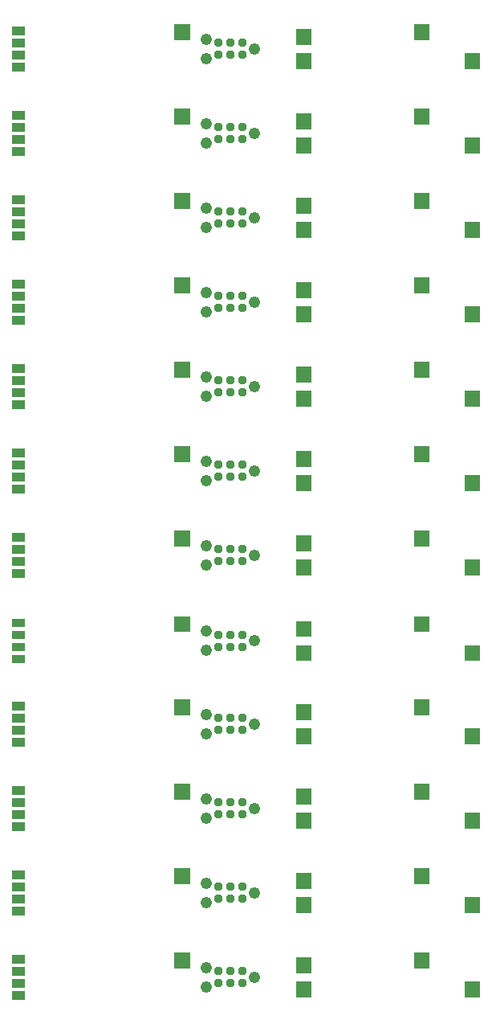
<source format=gbr>
G04 start of page 8 for group -4062 idx -4062 *
G04 Title: (unknown), soldermask *
G04 Creator: pcb 20110918 *
G04 CreationDate: Mon 02 Feb 2015 04:29:52 AM GMT UTC *
G04 For: railfan *
G04 Format: Gerber/RS-274X *
G04 PCB-Dimensions: 211000 411000 *
G04 PCB-Coordinate-Origin: lower left *
%MOIN*%
%FSLAX25Y25*%
%LNBOTTOMMASK*%
%ADD59C,0.0370*%
%ADD58R,0.0344X0.0344*%
%ADD57C,0.0490*%
%ADD56C,0.0001*%
G54D56*G36*
X118200Y256300D02*Y249700D01*
X124800D01*
Y256300D01*
X118200D01*
G37*
G36*
Y266300D02*Y259700D01*
X124800D01*
Y266300D01*
X118200D01*
G37*
G54D57*X101000Y258000D03*
G54D56*G36*
X67700Y268300D02*Y261700D01*
X74300D01*
Y268300D01*
X67700D01*
G37*
G36*
X118200Y221300D02*Y214700D01*
X124800D01*
Y221300D01*
X118200D01*
G37*
G36*
Y231300D02*Y224700D01*
X124800D01*
Y231300D01*
X118200D01*
G37*
G54D57*X101000Y223000D03*
X81000Y227000D03*
Y219000D03*
Y262000D03*
Y254000D03*
Y192000D03*
Y184000D03*
Y156500D03*
Y148500D03*
G54D56*G36*
X67700Y233300D02*Y226700D01*
X74300D01*
Y233300D01*
X67700D01*
G37*
G36*
Y198300D02*Y191700D01*
X74300D01*
Y198300D01*
X67700D01*
G37*
G36*
Y162800D02*Y156200D01*
X74300D01*
Y162800D01*
X67700D01*
G37*
G36*
X118200Y186300D02*Y179700D01*
X124800D01*
Y186300D01*
X118200D01*
G37*
G36*
Y196300D02*Y189700D01*
X124800D01*
Y196300D01*
X118200D01*
G37*
G54D57*X101000Y188000D03*
G54D56*G36*
X167200Y338300D02*Y331700D01*
X173800D01*
Y338300D01*
X167200D01*
G37*
G36*
Y303300D02*Y296700D01*
X173800D01*
Y303300D01*
X167200D01*
G37*
G36*
Y268300D02*Y261700D01*
X173800D01*
Y268300D01*
X167200D01*
G37*
G36*
X188200Y291300D02*Y284700D01*
X194800D01*
Y291300D01*
X188200D01*
G37*
G36*
Y256300D02*Y249700D01*
X194800D01*
Y256300D01*
X188200D01*
G37*
G36*
Y221300D02*Y214700D01*
X194800D01*
Y221300D01*
X188200D01*
G37*
G36*
Y186300D02*Y179700D01*
X194800D01*
Y186300D01*
X188200D01*
G37*
G36*
Y150800D02*Y144200D01*
X194800D01*
Y150800D01*
X188200D01*
G37*
G36*
Y116300D02*Y109700D01*
X194800D01*
Y116300D01*
X188200D01*
G37*
G36*
X167200Y233300D02*Y226700D01*
X173800D01*
Y233300D01*
X167200D01*
G37*
G36*
Y198300D02*Y191700D01*
X173800D01*
Y198300D01*
X167200D01*
G37*
G36*
Y162800D02*Y156200D01*
X173800D01*
Y162800D01*
X167200D01*
G37*
G36*
Y128300D02*Y121700D01*
X173800D01*
Y128300D01*
X167200D01*
G37*
G36*
X188200Y81300D02*Y74700D01*
X194800D01*
Y81300D01*
X188200D01*
G37*
G36*
X167200Y93300D02*Y86700D01*
X173800D01*
Y93300D01*
X167200D01*
G37*
G36*
Y58300D02*Y51700D01*
X173800D01*
Y58300D01*
X167200D01*
G37*
G36*
Y23300D02*Y16700D01*
X173800D01*
Y23300D01*
X167200D01*
G37*
G36*
X188200Y46300D02*Y39700D01*
X194800D01*
Y46300D01*
X188200D01*
G37*
G36*
Y11300D02*Y4700D01*
X194800D01*
Y11300D01*
X188200D01*
G37*
G36*
X118200Y150800D02*Y144200D01*
X124800D01*
Y150800D01*
X118200D01*
G37*
G36*
Y160800D02*Y154200D01*
X124800D01*
Y160800D01*
X118200D01*
G37*
G54D57*X101000Y152500D03*
X81000Y122000D03*
G54D56*G36*
X67700Y128300D02*Y121700D01*
X74300D01*
Y128300D01*
X67700D01*
G37*
G54D57*X81000Y114000D03*
G54D56*G36*
X118200Y116300D02*Y109700D01*
X124800D01*
Y116300D01*
X118200D01*
G37*
G36*
Y126300D02*Y119700D01*
X124800D01*
Y126300D01*
X118200D01*
G37*
G54D57*X101000Y118000D03*
X81000Y87000D03*
G54D56*G36*
X67700Y93300D02*Y86700D01*
X74300D01*
Y93300D01*
X67700D01*
G37*
G54D57*X81000Y79000D03*
G54D56*G36*
X118200Y81300D02*Y74700D01*
X124800D01*
Y81300D01*
X118200D01*
G37*
G36*
Y91300D02*Y84700D01*
X124800D01*
Y91300D01*
X118200D01*
G37*
G54D57*X101000Y83000D03*
G54D56*G36*
X67700Y58300D02*Y51700D01*
X74300D01*
Y58300D01*
X67700D01*
G37*
G54D57*X81000Y52000D03*
Y44000D03*
G54D56*G36*
X118200Y46300D02*Y39700D01*
X124800D01*
Y46300D01*
X118200D01*
G37*
G36*
Y56300D02*Y49700D01*
X124800D01*
Y56300D01*
X118200D01*
G37*
G54D57*X101000Y48000D03*
G54D56*G36*
X118200Y11300D02*Y4700D01*
X124800D01*
Y11300D01*
X118200D01*
G37*
G36*
Y21300D02*Y14700D01*
X124800D01*
Y21300D01*
X118200D01*
G37*
G54D57*X101000Y13000D03*
X81000Y17000D03*
Y9000D03*
G54D56*G36*
X67700Y23300D02*Y16700D01*
X74300D01*
Y23300D01*
X67700D01*
G37*
G36*
X118200Y396300D02*Y389700D01*
X124800D01*
Y396300D01*
X118200D01*
G37*
G36*
Y406300D02*Y399700D01*
X124800D01*
Y406300D01*
X118200D01*
G37*
G54D57*X101000Y398000D03*
X81000Y402000D03*
Y394000D03*
G54D56*G36*
X67700Y408300D02*Y401700D01*
X74300D01*
Y408300D01*
X67700D01*
G37*
G36*
Y373300D02*Y366700D01*
X74300D01*
Y373300D01*
X67700D01*
G37*
G54D57*X101000Y363000D03*
X81000Y367000D03*
Y359000D03*
G54D56*G36*
X188200Y396300D02*Y389700D01*
X194800D01*
Y396300D01*
X188200D01*
G37*
G36*
X167200Y408300D02*Y401700D01*
X173800D01*
Y408300D01*
X167200D01*
G37*
G36*
X118200Y361300D02*Y354700D01*
X124800D01*
Y361300D01*
X118200D01*
G37*
G36*
X188200D02*Y354700D01*
X194800D01*
Y361300D01*
X188200D01*
G37*
G36*
X118200Y371300D02*Y364700D01*
X124800D01*
Y371300D01*
X118200D01*
G37*
G36*
X167200Y373300D02*Y366700D01*
X173800D01*
Y373300D01*
X167200D01*
G37*
G36*
X188200Y326300D02*Y319700D01*
X194800D01*
Y326300D01*
X188200D01*
G37*
G36*
X118200D02*Y319700D01*
X124800D01*
Y326300D01*
X118200D01*
G37*
G36*
Y336300D02*Y329700D01*
X124800D01*
Y336300D01*
X118200D01*
G37*
G54D57*X101000Y328000D03*
X81000Y332000D03*
Y324000D03*
G54D56*G36*
X67700Y338300D02*Y331700D01*
X74300D01*
Y338300D01*
X67700D01*
G37*
G36*
Y303300D02*Y296700D01*
X74300D01*
Y303300D01*
X67700D01*
G37*
G36*
X118200Y291300D02*Y284700D01*
X124800D01*
Y291300D01*
X118200D01*
G37*
G36*
Y301300D02*Y294700D01*
X124800D01*
Y301300D01*
X118200D01*
G37*
G54D57*X101000Y293000D03*
X81000Y297000D03*
Y289000D03*
G54D58*X1919Y320500D02*X3837D01*
X1919Y325500D02*X3837D01*
X1919Y330500D02*X3837D01*
X1919Y335500D02*X3837D01*
X1919Y290500D02*X3837D01*
X1919Y285500D02*X3837D01*
X1919Y300500D02*X3837D01*
X1919Y295500D02*X3837D01*
X1919Y260500D02*X3837D01*
X1919Y255500D02*X3837D01*
X1919Y250500D02*X3837D01*
X1919Y265500D02*X3837D01*
X1919Y215500D02*X3837D01*
X1919Y220500D02*X3837D01*
X1919Y225500D02*X3837D01*
X1919Y230500D02*X3837D01*
G54D59*X96000Y290500D03*
Y295500D03*
X91000Y290500D03*
Y295500D03*
X86000Y290500D03*
Y295500D03*
X96000Y400500D03*
X91000D03*
X96000Y360500D03*
Y365500D03*
X91000Y360500D03*
Y365500D03*
G54D58*X1919Y405500D02*X3837D01*
X1919Y400500D02*X3837D01*
X1919Y395500D02*X3837D01*
X1919Y390500D02*X3837D01*
X1919Y365500D02*X3837D01*
X1919Y360500D02*X3837D01*
X1919Y355500D02*X3837D01*
X1919Y370500D02*X3837D01*
G54D59*X96000Y395500D03*
X91000D03*
X86000D03*
Y400500D03*
Y360500D03*
Y365500D03*
X96000Y325500D03*
Y330500D03*
X91000Y325500D03*
Y330500D03*
X86000Y325500D03*
Y330500D03*
X96000Y255500D03*
Y260500D03*
X91000Y255500D03*
Y260500D03*
X86000Y255500D03*
Y260500D03*
X96000Y220500D03*
Y225500D03*
X91000Y220500D03*
X86000D03*
X91000Y225500D03*
X86000D03*
X96000Y185500D03*
Y190500D03*
X91000Y185500D03*
Y190500D03*
X86000Y185500D03*
Y190500D03*
X96000Y150000D03*
Y155000D03*
X91000D03*
X86000D03*
X91000Y150000D03*
X86000D03*
G54D58*X1919Y185500D02*X3837D01*
X1919Y180500D02*X3837D01*
X1919Y195500D02*X3837D01*
X1919Y190500D02*X3837D01*
X1919Y155000D02*X3837D01*
X1919Y150000D02*X3837D01*
X1919Y145000D02*X3837D01*
X1919Y160000D02*X3837D01*
X1919Y110500D02*X3837D01*
X1919Y115500D02*X3837D01*
X1919Y120500D02*X3837D01*
X1919Y125500D02*X3837D01*
X1919Y80500D02*X3837D01*
X1919Y75500D02*X3837D01*
X1919Y90500D02*X3837D01*
X1919Y85500D02*X3837D01*
G54D59*X96000Y115500D03*
Y120500D03*
X91000Y115500D03*
Y120500D03*
X86000Y115500D03*
Y120500D03*
X96000Y80500D03*
Y85500D03*
X91000Y80500D03*
X86000D03*
X91000Y85500D03*
X86000D03*
X96000Y45500D03*
Y50500D03*
X91000Y45500D03*
Y50500D03*
X86000Y45500D03*
Y50500D03*
X96000Y10500D03*
Y15500D03*
X91000D03*
X86000D03*
X91000Y10500D03*
X86000D03*
G54D58*X1919Y50500D02*X3837D01*
X1919Y45500D02*X3837D01*
X1919Y40500D02*X3837D01*
X1919Y55500D02*X3837D01*
X1919Y5500D02*X3837D01*
X1919Y15500D02*X3837D01*
X1919Y20500D02*X3837D01*
X1919Y10500D02*X3837D01*
M02*

</source>
